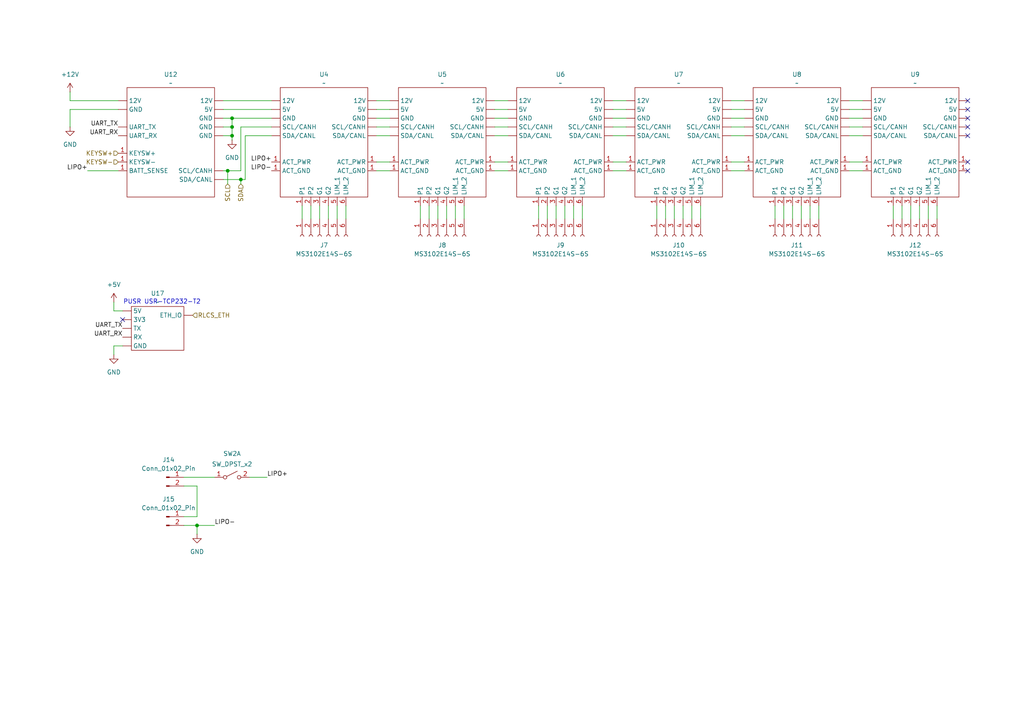
<source format=kicad_sch>
(kicad_sch (version 20231120) (generator "eeschema") (generator_version "8.0")
  (paper "A4")
  (lib_symbols
    (symbol "Connector:Conn_01x02_Pin" (pin_names (offset 1.016) hide)
      (property "Reference" "J" (at 0 2.54 0))
      (property "Value" "Conn_01x02_Pin" (at 0 -5.08 0))
      (symbol "Conn_01x02_Pin_1_1"
        (polyline (pts (xy 1.27 -2.54) (xy 0.8636 -2.54)) (stroke (width 0.1524)))
        (polyline (pts (xy 1.27 0) (xy 0.8636 0)) (stroke (width 0.1524)))
        (rectangle (start 0.8636 -2.413) (end 0 -2.667) (stroke (width 0.1524)) (fill (type outline)))
        (rectangle (start 0.8636 0.127) (end 0 -0.127) (stroke (width 0.1524)) (fill (type outline)))
        (pin passive line (at 5.08 0 180) (length 3.81) (name "Pin_1") (number "1"))
        (pin passive line (at 5.08 -2.54 180) (length 3.81) (name "Pin_2") (number "2"))
      )
    )
    (symbol "Connector:Conn_01x06_Socket" (pin_names (offset 1.016) hide)
      (property "Reference" "J" (at 0 7.62 0))
      (property "Value" "Conn_01x06_Socket" (at 0 -10.16 0))
      (symbol "Conn_01x06_Socket_1_1"
        (arc (start 0 -7.112) (mid -0.5058 -7.62) (end 0 -8.128) (stroke (width 0.1524)))
        (arc (start 0 -4.572) (mid -0.5058 -5.08) (end 0 -5.588) (stroke (width 0.1524)))
        (arc (start 0 -2.032) (mid -0.5058 -2.54) (end 0 -3.048) (stroke (width 0.1524)))
        (polyline (pts (xy -1.27 -7.62) (xy -0.508 -7.62)) (stroke (width 0.1524)))
        (polyline (pts (xy -1.27 -5.08) (xy -0.508 -5.08)) (stroke (width 0.1524)))
        (polyline (pts (xy -1.27 -2.54) (xy -0.508 -2.54)) (stroke (width 0.1524)))
        (polyline (pts (xy -1.27 0) (xy -0.508 0)) (stroke (width 0.1524)))
        (polyline (pts (xy -1.27 2.54) (xy -0.508 2.54)) (stroke (width 0.1524)))
        (polyline (pts (xy -1.27 5.08) (xy -0.508 5.08)) (stroke (width 0.1524)))
        (arc (start 0 0.508) (mid -0.5058 0) (end 0 -0.508) (stroke (width 0.1524)))
        (arc (start 0 3.048) (mid -0.5058 2.54) (end 0 2.032) (stroke (width 0.1524)))
        (arc (start 0 5.588) (mid -0.5058 5.08) (end 0 4.572) (stroke (width 0.1524)))
        (pin passive line (at -5.08 5.08 0) (length 3.81) (name "Pin_1") (number "1"))
        (pin passive line (at -5.08 2.54 0) (length 3.81) (name "Pin_2") (number "2"))
        (pin passive line (at -5.08 0 0) (length 3.81) (name "Pin_3") (number "3"))
        (pin passive line (at -5.08 -2.54 0) (length 3.81) (name "Pin_4") (number "4"))
        (pin passive line (at -5.08 -5.08 0) (length 3.81) (name "Pin_5") (number "5"))
        (pin passive line (at -5.08 -7.62 0) (length 3.81) (name "Pin_6") (number "6"))
      )
    )
    (symbol "Switch:SW_DPST_x2" (pin_names (offset 0) hide)
      (property "Reference" "SW" (at 0 3.175 0))
      (property "Value" "SW_DPST_x2" (at 0 -2.54 0))
      (symbol "SW_DPST_x2_0_0"
        (circle (center -2.032 0) (radius 0.508))
        (polyline (pts (xy -1.524 0.254) (xy 1.524 1.778)))
        (circle (center 2.032 0) (radius 0.508))
      )
      (symbol "SW_DPST_x2_1_1"
        (pin passive line (at -5.08 0 0) (length 2.54) (name "A") (number "1"))
        (pin passive line (at 5.08 0 180) (length 2.54) (name "B") (number "2"))
      )
      (symbol "SW_DPST_x2_2_1"
        (pin passive line (at -5.08 0 0) (length 2.54) (name "A") (number "3"))
        (pin passive line (at 5.08 0 180) (length 2.54) (name "B") (number "4"))
      )
    )
    (symbol "automedon:ETH_UART"
      (property "Reference" "U" (at 0 0 0))
      (symbol "ETH_UART_0_1"
        (rectangle (start -7.62 -2.54) (end 7.62 -15.24))
      )
      (symbol "ETH_UART_1_1"
        (pin input line (at -10.16 -6.35 0) (length 2.54) (name "3V3") (number ""))
        (pin input line (at -10.16 -3.81 0) (length 2.54) (name "5V") (number ""))
        (pin input line (at 10.16 -5.08 180) (length 2.54) (name "ETH_IO") (number ""))
        (pin input line (at -10.16 -13.97 0) (length 2.54) (name "GND") (number ""))
        (pin input line (at -10.16 -11.43 0) (length 2.54) (name "RX") (number ""))
        (pin input line (at -10.16 -8.89 0) (length 2.54) (name "TX") (number ""))
      )
    )
    (symbol "automedon:RLCS_RELAY"
      (property "Reference" "U" (at 0 0 0))
      (symbol "RLCS_RELAY_0_1"
        (rectangle (start -12.7 -1.27) (end 12.7 -33.02))
      )
      (symbol "RLCS_RELAY_1_1"
        (pin power_out line (at -15.24 -5.08 0) (length 2.54) (name "12V") (number ""))
        (pin power_out line (at 15.24 -5.08 180) (length 2.54) (name "12V") (number ""))
        (pin power_out line (at -15.24 -7.62 0) (length 2.54) (name "5V") (number ""))
        (pin power_out line (at 15.24 -7.62 180) (length 2.54) (name "5V") (number ""))
        (pin power_out line (at -15.24 -10.16 0) (length 2.54) (name "GND") (number ""))
        (pin power_out line (at 15.24 -10.16 180) (length 2.54) (name "GND") (number ""))
        (pin power_out line (at -15.24 -12.7 0) (length 2.54) (name "SCL/CANH") (number ""))
        (pin power_out line (at 15.24 -12.7 180) (length 2.54) (name "SCL/CANH") (number ""))
        (pin power_out line (at -15.24 -15.24 0) (length 2.54) (name "SDA/CANL") (number ""))
        (pin power_out line (at 15.24 -15.24 180) (length 2.54) (name "SDA/CANL") (number ""))
        (pin power_out line (at -15.24 -25.4 0) (length 2.54) (name "ACT_GND") (number "1"))
        (pin power_out line (at 15.24 -25.4 180) (length 2.54) (name "ACT_GND") (number "1"))
        (pin power_out line (at -15.24 -22.86 0) (length 2.54) (name "ACT_PWR") (number "1"))
        (pin power_out line (at 15.24 -22.86 180) (length 2.54) (name "ACT_PWR") (number "1"))
        (pin power_out line (at -6.35 -35.56 90) (length 2.54) (name "P1") (number "1"))
        (pin power_out line (at -3.81 -35.56 90) (length 2.54) (name "P2") (number "2"))
        (pin power_out line (at -1.27 -35.56 90) (length 2.54) (name "G1") (number "3"))
        (pin power_out line (at 1.27 -35.56 90) (length 2.54) (name "G2") (number "4"))
        (pin power_out line (at 3.81 -35.56 90) (length 2.54) (name "LIM_1") (number "5"))
        (pin power_out line (at 6.35 -35.56 90) (length 2.54) (name "LIM_2") (number "6"))
      )
    )
    (symbol "automedon:towerside"
      (property "Reference" "U" (at 0 0 0))
      (symbol "towerside_0_1"
        (rectangle (start -12.7 -1.27) (end 12.7 -33.02))
      )
      (symbol "towerside_1_1"
        (pin power_out line (at -15.24 -5.08 0) (length 2.54) (name "12V") (number ""))
        (pin power_out line (at 15.24 -5.08 180) (length 2.54) (name "12V") (number ""))
        (pin power_out line (at 15.24 -7.62 180) (length 2.54) (name "5V") (number ""))
        (pin power_out line (at -15.24 -7.62 0) (length 2.54) (name "GND") (number ""))
        (pin power_out line (at 15.24 -15.24 180) (length 2.54) (name "GND") (number ""))
        (pin power_out line (at 15.24 -12.7 180) (length 2.54) (name "GND") (number ""))
        (pin power_out line (at 15.24 -10.16 180) (length 2.54) (name "GND") (number ""))
        (pin power_out line (at 15.24 -25.4 180) (length 2.54) (name "SCL/CANH") (number ""))
        (pin power_out line (at 15.24 -27.94 180) (length 2.54) (name "SDA/CANL") (number ""))
        (pin power_out line (at -15.24 -15.24 0) (length 2.54) (name "UART_RX") (number ""))
        (pin power_out line (at -15.24 -12.7 0) (length 2.54) (name "UART_TX") (number ""))
        (pin power_out line (at -15.24 -25.4 0) (length 2.54) (name "BATT_SENSE") (number "1"))
        (pin power_out line (at -15.24 -20.32 0) (length 2.54) (name "KEYSW+") (number "1"))
        (pin power_out line (at -15.24 -22.86 0) (length 2.54) (name "KEYSW-") (number "1"))
      )
    )
    (symbol "power:+12V" (power) (pin_numbers hide) (pin_names (offset 0) hide)
      (property "Value" "+12V" (at 0 3.556 0))
      (symbol "+12V_0_1"
        (polyline (pts (xy -0.762 1.27) (xy 0 2.54)))
        (polyline (pts (xy 0 0) (xy 0 2.54)))
        (polyline (pts (xy 0 2.54) (xy 0.762 1.27)))
      )
      (symbol "+12V_1_1"
        (pin power_in line (at 0 0 90) (length 0) (name "~") (number "1"))
      )
    )
    (symbol "power:+5V" (power) (pin_numbers hide) (pin_names (offset 0) hide)
      (property "Value" "+5V" (at 0 3.556 0))
      (symbol "+5V_0_1"
        (polyline (pts (xy -0.762 1.27) (xy 0 2.54)))
        (polyline (pts (xy 0 0) (xy 0 2.54)))
        (polyline (pts (xy 0 2.54) (xy 0.762 1.27)))
      )
      (symbol "+5V_1_1"
        (pin power_in line (at 0 0 90) (length 0) (name "~") (number "1"))
      )
    )
    (symbol "power:GND" (power) (pin_numbers hide) (pin_names (offset 0) hide)
      (property "Value" "GND" (at 0 -3.81 0))
      (symbol "GND_0_1"
        (polyline (pts (xy 0 0) (xy 0 -1.27) (xy 1.27 -1.27) (xy 0 -2.54) (xy -1.27 -1.27) (xy 0 -1.27)))
      )
      (symbol "GND_1_1"
        (pin power_in line (at 0 0 270) (length 0) (name "~") (number "1"))
      )
    )
  )
  (junction (at 67.31 36.83))
  (junction (at 67.31 34.29))
  (junction (at 69.85 52.07))
  (junction (at 57.15 152.4))
  (junction (at 66.04 49.53))
  (junction (at 67.31 39.37))
  (no_connect (at 280.67 34.29))
  (no_connect (at 280.67 49.53))
  (no_connect (at 280.67 39.37))
  (no_connect (at 35.56 92.71))
  (no_connect (at 280.67 29.21))
  (no_connect (at 280.67 46.99))
  (no_connect (at 280.67 31.75))
  (no_connect (at 280.67 36.83))
  (wire (pts (xy 121.92 59.69) (xy 121.92 63.5)))
  (wire (pts (xy 177.8 34.29) (xy 181.61 34.29)))
  (wire (pts (xy 212.09 46.99) (xy 215.9 46.99)))
  (wire (pts (xy 67.31 39.37) (xy 67.31 40.64)))
  (wire (pts (xy 212.09 31.75) (xy 215.9 31.75)))
  (wire (pts (xy 34.29 31.75) (xy 20.32 31.75)))
  (wire (pts (xy 156.21 59.69) (xy 156.21 63.5)))
  (wire (pts (xy 261.62 59.69) (xy 261.62 63.5)))
  (wire (pts (xy 34.29 29.21) (xy 20.32 29.21)))
  (wire (pts (xy 246.38 36.83) (xy 250.19 36.83)))
  (wire (pts (xy 143.51 29.21) (xy 147.32 29.21)))
  (wire (pts (xy 64.77 31.75) (xy 78.74 31.75)))
  (wire (pts (xy 177.8 31.75) (xy 181.61 31.75)))
  (wire (pts (xy 64.77 29.21) (xy 78.74 29.21)))
  (wire (pts (xy 229.87 59.69) (xy 229.87 63.5)))
  (wire (pts (xy 53.34 152.4) (xy 57.15 152.4)))
  (wire (pts (xy 53.34 138.43) (xy 62.23 138.43)))
  (wire (pts (xy 246.38 34.29) (xy 250.19 34.29)))
  (wire (pts (xy 109.22 39.37) (xy 113.03 39.37)))
  (wire (pts (xy 190.5 59.69) (xy 190.5 63.5)))
  (wire (pts (xy 177.8 39.37) (xy 181.61 39.37)))
  (wire (pts (xy 35.56 100.33) (xy 33.02 100.33)))
  (wire (pts (xy 53.34 140.97) (xy 57.15 140.97)))
  (wire (pts (xy 168.91 59.69) (xy 168.91 63.5)))
  (wire (pts (xy 246.38 46.99) (xy 250.19 46.99)))
  (wire (pts (xy 67.31 39.37) (xy 67.31 36.83)))
  (wire (pts (xy 57.15 152.4) (xy 62.23 152.4)))
  (wire (pts (xy 64.77 36.83) (xy 67.31 36.83)))
  (wire (pts (xy 246.38 31.75) (xy 250.19 31.75)))
  (wire (pts (xy 67.31 34.29) (xy 67.31 36.83)))
  (wire (pts (xy 134.62 59.69) (xy 134.62 63.5)))
  (wire (pts (xy 161.29 59.69) (xy 161.29 63.5)))
  (wire (pts (xy 33.02 90.17) (xy 33.02 87.63)))
  (wire (pts (xy 20.32 29.21) (xy 20.32 26.67)))
  (wire (pts (xy 64.77 52.07) (xy 69.85 52.07)))
  (wire (pts (xy 177.8 49.53) (xy 181.61 49.53)))
  (wire (pts (xy 143.51 49.53) (xy 147.32 49.53)))
  (wire (pts (xy 109.22 36.83) (xy 113.03 36.83)))
  (wire (pts (xy 87.63 59.69) (xy 87.63 63.5)))
  (wire (pts (xy 69.85 52.07) (xy 71.12 52.07)))
  (wire (pts (xy 143.51 34.29) (xy 147.32 34.29)))
  (wire (pts (xy 143.51 46.99) (xy 147.32 46.99)))
  (wire (pts (xy 92.71 59.69) (xy 92.71 63.5)))
  (wire (pts (xy 35.56 90.17) (xy 33.02 90.17)))
  (wire (pts (xy 64.77 34.29) (xy 67.31 34.29)))
  (wire (pts (xy 232.41 59.69) (xy 232.41 63.5)))
  (wire (pts (xy 69.85 36.83) (xy 78.74 36.83)))
  (wire (pts (xy 71.12 52.07) (xy 71.12 39.37)))
  (wire (pts (xy 246.38 29.21) (xy 250.19 29.21)))
  (wire (pts (xy 259.08 59.69) (xy 259.08 63.5)))
  (wire (pts (xy 166.37 59.69) (xy 166.37 63.5)))
  (wire (pts (xy 143.51 31.75) (xy 147.32 31.75)))
  (wire (pts (xy 212.09 29.21) (xy 215.9 29.21)))
  (wire (pts (xy 266.7 59.69) (xy 266.7 63.5)))
  (wire (pts (xy 237.49 59.69) (xy 237.49 63.5)))
  (wire (pts (xy 33.02 100.33) (xy 33.02 102.87)))
  (wire (pts (xy 177.8 36.83) (xy 181.61 36.83)))
  (wire (pts (xy 198.12 59.69) (xy 198.12 63.5)))
  (wire (pts (xy 100.33 59.69) (xy 100.33 63.5)))
  (wire (pts (xy 57.15 140.97) (xy 57.15 149.86)))
  (wire (pts (xy 109.22 31.75) (xy 113.03 31.75)))
  (wire (pts (xy 212.09 49.53) (xy 215.9 49.53)))
  (wire (pts (xy 109.22 29.21) (xy 113.03 29.21)))
  (wire (pts (xy 200.66 59.69) (xy 200.66 63.5)))
  (wire (pts (xy 212.09 39.37) (xy 215.9 39.37)))
  (wire (pts (xy 271.78 59.69) (xy 271.78 63.5)))
  (wire (pts (xy 95.25 59.69) (xy 95.25 63.5)))
  (wire (pts (xy 72.39 138.43) (xy 77.47 138.43)))
  (wire (pts (xy 212.09 34.29) (xy 215.9 34.29)))
  (wire (pts (xy 69.85 49.53) (xy 69.85 36.83)))
  (wire (pts (xy 57.15 152.4) (xy 57.15 154.94)))
  (wire (pts (xy 177.8 29.21) (xy 181.61 29.21)))
  (wire (pts (xy 57.15 149.86) (xy 53.34 149.86)))
  (wire (pts (xy 177.8 46.99) (xy 181.61 46.99)))
  (wire (pts (xy 212.09 36.83) (xy 215.9 36.83)))
  (wire (pts (xy 246.38 49.53) (xy 250.19 49.53)))
  (wire (pts (xy 193.04 59.69) (xy 193.04 63.5)))
  (wire (pts (xy 163.83 59.69) (xy 163.83 63.5)))
  (wire (pts (xy 64.77 39.37) (xy 67.31 39.37)))
  (wire (pts (xy 20.32 31.75) (xy 20.32 36.83)))
  (wire (pts (xy 132.08 59.69) (xy 132.08 63.5)))
  (wire (pts (xy 127 59.69) (xy 127 63.5)))
  (wire (pts (xy 69.85 52.07) (xy 69.85 53.34)))
  (wire (pts (xy 195.58 59.69) (xy 195.58 63.5)))
  (wire (pts (xy 109.22 34.29) (xy 113.03 34.29)))
  (wire (pts (xy 78.74 34.29) (xy 67.31 34.29)))
  (wire (pts (xy 203.2 59.69) (xy 203.2 63.5)))
  (wire (pts (xy 129.54 59.69) (xy 129.54 63.5)))
  (wire (pts (xy 234.95 59.69) (xy 234.95 63.5)))
  (wire (pts (xy 66.04 49.53) (xy 69.85 49.53)))
  (wire (pts (xy 124.46 59.69) (xy 124.46 63.5)))
  (wire (pts (xy 97.79 59.69) (xy 97.79 63.5)))
  (wire (pts (xy 25.4 49.53) (xy 34.29 49.53)))
  (wire (pts (xy 90.17 59.69) (xy 90.17 63.5)))
  (wire (pts (xy 143.51 36.83) (xy 147.32 36.83)))
  (wire (pts (xy 64.77 49.53) (xy 66.04 49.53)))
  (wire (pts (xy 71.12 39.37) (xy 78.74 39.37)))
  (wire (pts (xy 109.22 46.99) (xy 113.03 46.99)))
  (wire (pts (xy 109.22 49.53) (xy 113.03 49.53)))
  (wire (pts (xy 224.79 59.69) (xy 224.79 63.5)))
  (wire (pts (xy 246.38 39.37) (xy 250.19 39.37)))
  (wire (pts (xy 143.51 39.37) (xy 147.32 39.37)))
  (wire (pts (xy 158.75 59.69) (xy 158.75 63.5)))
  (wire (pts (xy 227.33 59.69) (xy 227.33 63.5)))
  (wire (pts (xy 269.24 59.69) (xy 269.24 63.5)))
  (wire (pts (xy 66.04 49.53) (xy 66.04 53.34)))
  (wire (pts (xy 264.16 59.69) (xy 264.16 63.5)))
  (text "PUSR USR-TCP232-T2" (at 46.99 87.63 0) (effects (font (size 1.27 1.27))))
  (label "LIPO+" (at 25.4 49.53 180))
  (label "LIPO+" (at 78.74 46.99 180))
  (label "UART_RX" (at 34.29 39.37 180))
  (label "UART_RX" (at 35.56 97.79 180))
  (label "LIPO-" (at 62.23 152.4 0))
  (label "UART_TX" (at 34.29 36.83 180))
  (label "LIPO-" (at 78.74 49.53 180))
  (label "UART_TX" (at 35.56 95.25 180))
  (label "LIPO+" (at 77.47 138.43 0))
  (hierarchical_label "KEYSW-" (shape input) (at 34.29 46.99 180))
  (hierarchical_label "KEYSW+" (shape input) (at 34.29 44.45 180))
  (hierarchical_label "SDA" (shape input) (at 69.85 53.34 270))
  (hierarchical_label "SCL" (shape input) (at 66.04 53.34 270))
  (hierarchical_label "RLCS_ETH" (shape input) (at 55.88 91.44 0))
  (symbol (lib_id "automedon:RLCS_RELAY") (at 93.98 24.13 0) (unit 1)
    (property "Reference" "U4" (at 93.98 21.59 0))
    (property "Value" "~" (at 93.98 24.13 0))
  )
  (symbol (lib_id "power:+5V") (at 33.02 87.63 0) (unit 1)
    (property "Reference" "#PWR025" (effects (hide yes)))
    (property "Value" "+5V" (at 33.02 82.55 0))
    (property "Description" "Power symbol creates a global label with name \"+5V\"" (effects (hide yes)))
  )
  (symbol (lib_id "automedon:ETH_UART") (at 45.72 86.36 0) (unit 1)
    (property "Reference" "U17" (at 45.72 85.09 0))
    (property "Value" "~" (at 45.72 87.63 0))
  )
  (symbol (lib_id "power:+12V") (at 20.32 26.67 0) (unit 1)
    (property "Reference" "#PWR011" (effects (hide yes)))
    (property "Value" "+12V" (at 20.32 21.59 0))
    (property "Description" "Power symbol creates a global label with name \"+12V\"" (effects (hide yes)))
  )
  (symbol (lib_id "automedon:RLCS_RELAY") (at 128.27 24.13 0) (unit 1)
    (property "Reference" "U5" (at 128.27 21.59 0))
    (property "Value" "~" (at 128.27 24.13 0))
  )
  (symbol (lib_id "power:GND") (at 67.31 40.64 0) (unit 1)
    (property "Reference" "#PWR010" (effects (hide yes)))
    (property "Value" "GND" (at 67.31 45.72 0))
    (property "Description" "Power symbol creates a global label with name \"GND\" , ground" (effects (hide yes)))
  )
  (symbol (lib_id "Connector:Conn_01x02_Pin") (at 48.26 138.43 0) (unit 1)
    (property "Reference" "J14" (at 48.895 133.35 0))
    (property "Value" "Conn_01x02_Pin" (at 48.895 135.89 0))
    (property "Description" "Generic connector, single row, 01x02, script generated" (effects (hide yes)))
  )
  (symbol (lib_id "power:GND") (at 20.32 36.83 0) (unit 1)
    (property "Reference" "#PWR012" (effects (hide yes)))
    (property "Value" "GND" (at 20.32 41.91 0))
    (property "Description" "Power symbol creates a global label with name \"GND\" , ground" (effects (hide yes)))
  )
  (symbol (lib_id "Connector:Conn_01x06_Socket") (at 92.71 68.58 90) (mirror x) (unit 1)
    (property "Reference" "J7" (at 93.98 71.12 90))
    (property "Value" "MS3102E14S-6S" (at 93.98 73.66 90))
    (property "Description" "Generic connector, single row, 01x06, script generated" (effects (hide yes)))
  )
  (symbol (lib_id "power:GND") (at 57.15 154.94 0) (unit 1)
    (property "Reference" "#PWR013" (effects (hide yes)))
    (property "Value" "GND" (at 57.15 160.02 0))
    (property "Description" "Power symbol creates a global label with name \"GND\" , ground" (effects (hide yes)))
  )
  (symbol (lib_id "Connector:Conn_01x06_Socket") (at 161.29 68.58 90) (mirror x) (unit 1)
    (property "Reference" "J9" (at 162.56 71.12 90))
    (property "Value" "MS3102E14S-6S" (at 162.56 73.66 90))
    (property "Description" "Generic connector, single row, 01x06, script generated" (effects (hide yes)))
  )
  (symbol (lib_id "Connector:Conn_01x06_Socket") (at 229.87 68.58 90) (mirror x) (unit 1)
    (property "Reference" "J11" (at 231.14 71.12 90))
    (property "Value" "MS3102E14S-6S" (at 231.14 73.66 90))
    (property "Description" "Generic connector, single row, 01x06, script generated" (effects (hide yes)))
  )
  (symbol (lib_id "Connector:Conn_01x06_Socket") (at 195.58 68.58 90) (mirror x) (unit 1)
    (property "Reference" "J10" (at 196.85 71.12 90))
    (property "Value" "MS3102E14S-6S" (at 196.85 73.66 90))
    (property "Description" "Generic connector, single row, 01x06, script generated" (effects (hide yes)))
  )
  (symbol (lib_id "automedon:RLCS_RELAY") (at 265.43 24.13 0) (unit 1)
    (property "Reference" "U9" (at 265.43 21.59 0))
    (property "Value" "~" (at 265.43 24.13 0))
  )
  (symbol (lib_id "power:GND") (at 33.02 102.87 0) (unit 1)
    (property "Reference" "#PWR026" (effects (hide yes)))
    (property "Value" "GND" (at 33.02 107.95 0))
    (property "Description" "Power symbol creates a global label with name \"GND\" , ground" (effects (hide yes)))
  )
  (symbol (lib_id "automedon:RLCS_RELAY") (at 196.85 24.13 0) (unit 1)
    (property "Reference" "U7" (at 196.85 21.59 0))
    (property "Value" "~" (at 196.85 24.13 0))
  )
  (symbol (lib_id "automedon:RLCS_RELAY") (at 162.56 24.13 0) (unit 1)
    (property "Reference" "U6" (at 162.56 21.59 0))
    (property "Value" "~" (at 162.56 24.13 0))
  )
  (symbol (lib_id "automedon:RLCS_RELAY") (at 231.14 24.13 0) (unit 1)
    (property "Reference" "U8" (at 231.14 21.59 0))
    (property "Value" "~" (at 231.14 24.13 0))
  )
  (symbol (lib_id "automedon:towerside") (at 49.53 24.13 0) (unit 1)
    (property "Reference" "U12" (at 49.53 21.59 0))
    (property "Value" "~" (at 49.53 24.13 0))
  )
  (symbol (lib_id "Connector:Conn_01x06_Socket") (at 127 68.58 90) (mirror x) (unit 1)
    (property "Reference" "J8" (at 128.27 71.12 90))
    (property "Value" "MS3102E14S-6S" (at 128.27 73.66 90))
    (property "Description" "Generic connector, single row, 01x06, script generated" (effects (hide yes)))
  )
  (symbol (lib_id "Switch:SW_DPST_x2") (at 67.31 138.43 0) (unit 1)
    (property "Reference" "SW2" (at 67.31 131.572 0))
    (property "Value" "SW_DPST_x2" (at 67.31 134.62 0))
    (property "Description" "Single Pole Single Throw (SPST) switch, separate symbol" (effects (hide yes)))
  )
  (symbol (lib_id "Connector:Conn_01x06_Socket") (at 264.16 68.58 90) (mirror x) (unit 1)
    (property "Reference" "J12" (at 265.43 71.12 90))
    (property "Value" "MS3102E14S-6S" (at 265.43 73.66 90))
    (property "Description" "Generic connector, single row, 01x06, script generated" (effects (hide yes)))
  )
  (symbol (lib_id "Connector:Conn_01x02_Pin") (at 48.26 149.86 0) (unit 1)
    (property "Reference" "J15" (at 48.895 144.78 0))
    (property "Value" "Conn_01x02_Pin" (at 48.895 147.32 0))
    (property "Description" "Generic connector, single row, 01x02, script generated" (effects (hide yes)))
  )
)
</source>
